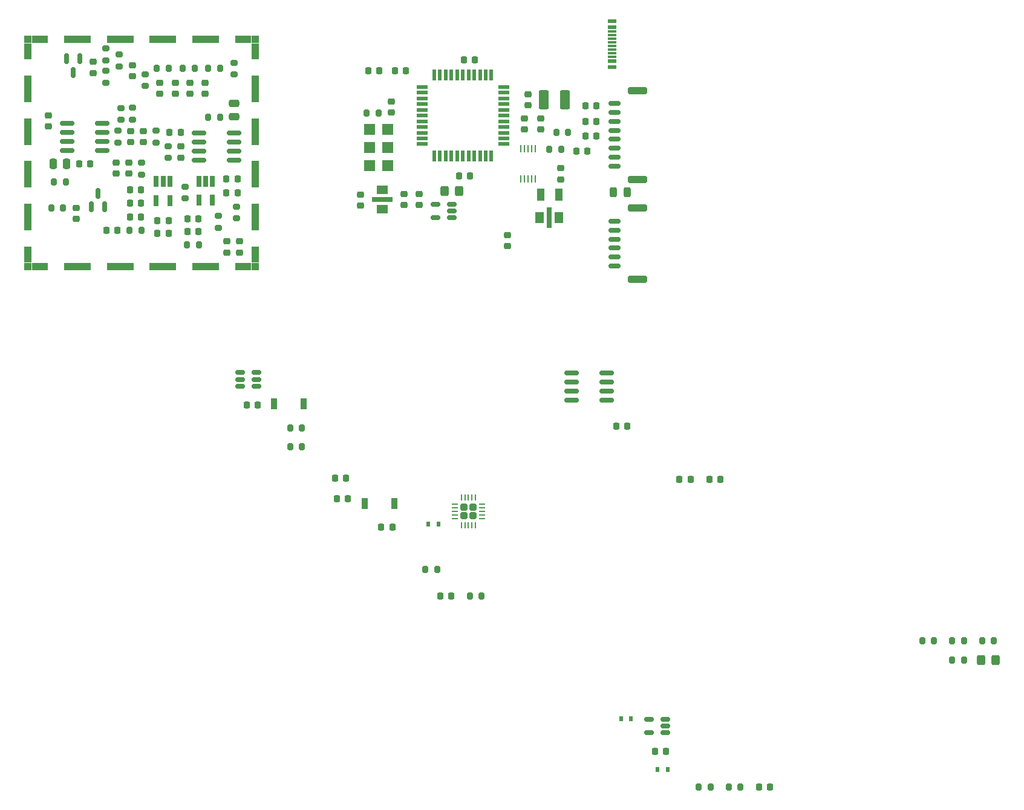
<source format=gbr>
%TF.GenerationSoftware,KiCad,Pcbnew,6.0.4-6f826c9f35~116~ubuntu20.04.1*%
%TF.CreationDate,2022-05-04T09:33:00+00:00*%
%TF.ProjectId,USTSIPIN02A,55535453-4950-4494-9e30-32412e6b6963,REV*%
%TF.SameCoordinates,Original*%
%TF.FileFunction,Paste,Bot*%
%TF.FilePolarity,Positive*%
%FSLAX46Y46*%
G04 Gerber Fmt 4.6, Leading zero omitted, Abs format (unit mm)*
G04 Created by KiCad (PCBNEW 6.0.4-6f826c9f35~116~ubuntu20.04.1) date 2022-05-04 09:33:00*
%MOMM*%
%LPD*%
G01*
G04 APERTURE LIST*
G04 Aperture macros list*
%AMRoundRect*
0 Rectangle with rounded corners*
0 $1 Rounding radius*
0 $2 $3 $4 $5 $6 $7 $8 $9 X,Y pos of 4 corners*
0 Add a 4 corners polygon primitive as box body*
4,1,4,$2,$3,$4,$5,$6,$7,$8,$9,$2,$3,0*
0 Add four circle primitives for the rounded corners*
1,1,$1+$1,$2,$3*
1,1,$1+$1,$4,$5*
1,1,$1+$1,$6,$7*
1,1,$1+$1,$8,$9*
0 Add four rect primitives between the rounded corners*
20,1,$1+$1,$2,$3,$4,$5,0*
20,1,$1+$1,$4,$5,$6,$7,0*
20,1,$1+$1,$6,$7,$8,$9,0*
20,1,$1+$1,$8,$9,$2,$3,0*%
G04 Aperture macros list end*
%ADD10RoundRect,0.225000X-0.250000X0.225000X-0.250000X-0.225000X0.250000X-0.225000X0.250000X0.225000X0*%
%ADD11RoundRect,0.225000X-0.225000X-0.250000X0.225000X-0.250000X0.225000X0.250000X-0.225000X0.250000X0*%
%ADD12RoundRect,0.225000X0.250000X-0.225000X0.250000X0.225000X-0.250000X0.225000X-0.250000X-0.225000X0*%
%ADD13RoundRect,0.250000X0.250000X0.475000X-0.250000X0.475000X-0.250000X-0.475000X0.250000X-0.475000X0*%
%ADD14RoundRect,0.225000X0.225000X0.250000X-0.225000X0.250000X-0.225000X-0.250000X0.225000X-0.250000X0*%
%ADD15RoundRect,0.250000X0.475000X-0.250000X0.475000X0.250000X-0.475000X0.250000X-0.475000X-0.250000X0*%
%ADD16RoundRect,0.200000X-0.275000X0.200000X-0.275000X-0.200000X0.275000X-0.200000X0.275000X0.200000X0*%
%ADD17RoundRect,0.200000X0.200000X0.275000X-0.200000X0.275000X-0.200000X-0.275000X0.200000X-0.275000X0*%
%ADD18RoundRect,0.200000X0.275000X-0.200000X0.275000X0.200000X-0.275000X0.200000X-0.275000X-0.200000X0*%
%ADD19RoundRect,0.150000X-0.825000X-0.150000X0.825000X-0.150000X0.825000X0.150000X-0.825000X0.150000X0*%
%ADD20R,0.650000X1.560000*%
%ADD21RoundRect,0.150000X0.150000X-0.587500X0.150000X0.587500X-0.150000X0.587500X-0.150000X-0.587500X0*%
%ADD22RoundRect,0.243750X-0.243750X-0.456250X0.243750X-0.456250X0.243750X0.456250X-0.243750X0.456250X0*%
%ADD23RoundRect,0.250000X0.325000X0.450000X-0.325000X0.450000X-0.325000X-0.450000X0.325000X-0.450000X0*%
%ADD24R,1.500000X1.300000*%
%ADD25R,3.000000X0.700000*%
%ADD26RoundRect,0.150000X0.512500X0.150000X-0.512500X0.150000X-0.512500X-0.150000X0.512500X-0.150000X0*%
%ADD27R,1.500000X0.550000*%
%ADD28R,0.550000X1.500000*%
%ADD29RoundRect,0.200000X-0.200000X-0.275000X0.200000X-0.275000X0.200000X0.275000X-0.200000X0.275000X0*%
%ADD30R,1.300000X1.500000*%
%ADD31R,0.700000X3.000000*%
%ADD32R,1.524000X1.524000*%
%ADD33RoundRect,0.250001X0.462499X1.074999X-0.462499X1.074999X-0.462499X-1.074999X0.462499X-1.074999X0*%
%ADD34R,0.250000X1.100000*%
%ADD35R,1.000000X1.800000*%
%ADD36R,3.800000X1.000000*%
%ADD37R,1.000000X3.800000*%
%ADD38R,1.000000X1.000000*%
%ADD39R,1.000000X2.300000*%
%ADD40R,2.300000X1.000000*%
%ADD41RoundRect,0.150000X-0.700000X0.150000X-0.700000X-0.150000X0.700000X-0.150000X0.700000X0.150000X0*%
%ADD42RoundRect,0.250000X-1.100000X0.250000X-1.100000X-0.250000X1.100000X-0.250000X1.100000X0.250000X0*%
%ADD43R,0.600000X0.700000*%
%ADD44RoundRect,0.150000X-0.150000X0.587500X-0.150000X-0.587500X0.150000X-0.587500X0.150000X0.587500X0*%
%ADD45R,1.150000X0.600000*%
%ADD46R,1.150000X0.300000*%
%ADD47R,0.950000X1.500000*%
%ADD48RoundRect,0.250000X0.255000X0.255000X-0.255000X0.255000X-0.255000X-0.255000X0.255000X-0.255000X0*%
%ADD49RoundRect,0.062500X0.350000X0.062500X-0.350000X0.062500X-0.350000X-0.062500X0.350000X-0.062500X0*%
%ADD50RoundRect,0.062500X0.062500X0.350000X-0.062500X0.350000X-0.062500X-0.350000X0.062500X-0.350000X0*%
%ADD51RoundRect,0.150000X0.825000X0.150000X-0.825000X0.150000X-0.825000X-0.150000X0.825000X-0.150000X0*%
G04 APERTURE END LIST*
D10*
%TO.C,C20*%
X9144000Y17742200D03*
X9144000Y16192200D03*
%TD*%
D11*
%TO.C,C1*%
X16649400Y18338800D03*
X18199400Y18338800D03*
%TD*%
D12*
%TO.C,C3*%
X5240000Y29127500D03*
X5240000Y30677500D03*
%TD*%
D11*
%TO.C,C4*%
X16649400Y20218400D03*
X18199400Y20218400D03*
%TD*%
D13*
%TO.C,C5*%
X7777500Y23870000D03*
X5877500Y23870000D03*
%TD*%
D10*
%TO.C,C6*%
X14681200Y24092200D03*
X14681200Y22542200D03*
%TD*%
D14*
%TO.C,C7*%
X31712200Y19812000D03*
X30162200Y19812000D03*
%TD*%
%TO.C,C8*%
X26225800Y14376400D03*
X24675800Y14376400D03*
%TD*%
D11*
%TO.C,C9*%
X20510200Y14122400D03*
X22060200Y14122400D03*
%TD*%
D14*
%TO.C,C10*%
X11095000Y23870000D03*
X9545000Y23870000D03*
%TD*%
D10*
%TO.C,C11*%
X16510000Y24092200D03*
X16510000Y22542200D03*
%TD*%
D14*
%TO.C,C12*%
X31712200Y21793200D03*
X30162200Y21793200D03*
%TD*%
%TO.C,C13*%
X26225800Y16154400D03*
X24675800Y16154400D03*
%TD*%
D11*
%TO.C,C14*%
X20510200Y15900400D03*
X22060200Y15900400D03*
%TD*%
D12*
%TO.C,C15*%
X16764000Y26911000D03*
X16764000Y28461000D03*
%TD*%
D10*
%TO.C,C16*%
X18542000Y28461000D03*
X18542000Y26911000D03*
%TD*%
D14*
%TO.C,C17*%
X23736600Y28295600D03*
X22186600Y28295600D03*
%TD*%
D12*
%TO.C,C18*%
X23774400Y24764400D03*
X23774400Y26314400D03*
%TD*%
D15*
%TO.C,C19*%
X31191200Y30444400D03*
X31191200Y32344400D03*
%TD*%
D16*
%TO.C,R3*%
X31597600Y17893800D03*
X31597600Y16243800D03*
%TD*%
D17*
%TO.C,R4*%
X26275800Y12547600D03*
X24625800Y12547600D03*
%TD*%
%TO.C,R5*%
X18249400Y14579600D03*
X16599400Y14579600D03*
%TD*%
%TO.C,R6*%
X7652500Y21330000D03*
X6002500Y21330000D03*
%TD*%
D16*
%TO.C,R7*%
X15400000Y31680000D03*
X15400000Y30030000D03*
%TD*%
D18*
%TO.C,R8*%
X17018000Y30093500D03*
X17018000Y31743500D03*
%TD*%
%TO.C,R9*%
X14986000Y26861000D03*
X14986000Y28511000D03*
%TD*%
%TO.C,R10*%
X20320000Y26861000D03*
X20320000Y28511000D03*
%TD*%
%TO.C,R11*%
X21996400Y24715200D03*
X21996400Y26365200D03*
%TD*%
%TO.C,R12*%
X24333200Y19037800D03*
X24333200Y20687800D03*
%TD*%
D17*
%TO.C,R13*%
X29260800Y30429200D03*
X27610800Y30429200D03*
%TD*%
D19*
%TO.C,U1*%
X7845000Y25775000D03*
X7845000Y27045000D03*
X7845000Y28315000D03*
X7845000Y29585000D03*
X12795000Y29585000D03*
X12795000Y28315000D03*
X12795000Y27045000D03*
X12795000Y25775000D03*
%TD*%
D20*
%TO.C,U4*%
X26278800Y21466800D03*
X27228800Y21466800D03*
X28178800Y21466800D03*
X28178800Y18766800D03*
X26278800Y18766800D03*
%TD*%
%TO.C,U5*%
X20335200Y21416000D03*
X21285200Y21416000D03*
X22235200Y21416000D03*
X22235200Y18716000D03*
X20335200Y18716000D03*
%TD*%
D16*
%TO.C,R2*%
X18288000Y24040600D03*
X18288000Y22390600D03*
%TD*%
D19*
%TO.C,U2*%
X26277800Y24409400D03*
X26277800Y25679400D03*
X26277800Y26949400D03*
X26277800Y28219400D03*
X31227800Y28219400D03*
X31227800Y26949400D03*
X31227800Y25679400D03*
X31227800Y24409400D03*
%TD*%
D18*
%TO.C,R1*%
X29057600Y14923000D03*
X29057600Y16573000D03*
%TD*%
D10*
%TO.C,C2*%
X23012400Y35268200D03*
X23012400Y33718200D03*
%TD*%
D21*
%TO.C,U3*%
X13142000Y17858500D03*
X11242000Y17858500D03*
X12192000Y19733500D03*
%TD*%
D10*
%TO.C,C21*%
X27178000Y35268200D03*
X27178000Y33718200D03*
%TD*%
D22*
%TO.C,F2*%
X84343000Y19939000D03*
X86218000Y19939000D03*
%TD*%
D23*
%TO.C,L3*%
X62747000Y20066000D03*
X60697000Y20066000D03*
%TD*%
D12*
%TO.C,C50*%
X54991000Y18084500D03*
X54991000Y19634500D03*
%TD*%
%TO.C,C42*%
X57150000Y18084500D03*
X57150000Y19634500D03*
%TD*%
D24*
%TO.C,C52*%
X51943000Y17573000D03*
D25*
X51943000Y18923000D03*
D24*
X51943000Y20273000D03*
%TD*%
D12*
%TO.C,C44*%
X71882000Y28689000D03*
X71882000Y30239000D03*
%TD*%
%TO.C,C40*%
X74168000Y28689000D03*
X74168000Y30239000D03*
%TD*%
D10*
%TO.C,C31*%
X72390000Y33604500D03*
X72390000Y32054500D03*
%TD*%
D11*
%TO.C,C27*%
X80378000Y27813000D03*
X81928000Y27813000D03*
%TD*%
D26*
%TO.C,U8*%
X61716500Y18222000D03*
X61716500Y17272000D03*
X61716500Y16322000D03*
X59441500Y16322000D03*
X59441500Y18222000D03*
%TD*%
D27*
%TO.C,U10*%
X57550000Y26640000D03*
X57550000Y27440000D03*
X57550000Y28240000D03*
X57550000Y29040000D03*
X57550000Y29840000D03*
X57550000Y30640000D03*
X57550000Y31440000D03*
X57550000Y32240000D03*
X57550000Y33040000D03*
X57550000Y33840000D03*
X57550000Y34640000D03*
D28*
X59250000Y36340000D03*
X60050000Y36340000D03*
X60850000Y36340000D03*
X61650000Y36340000D03*
X62450000Y36340000D03*
X63250000Y36340000D03*
X64050000Y36340000D03*
X64850000Y36340000D03*
X65650000Y36340000D03*
X66450000Y36340000D03*
X67250000Y36340000D03*
D27*
X68950000Y34640000D03*
X68950000Y33840000D03*
X68950000Y33040000D03*
X68950000Y32240000D03*
X68950000Y31440000D03*
X68950000Y30640000D03*
X68950000Y29840000D03*
X68950000Y29040000D03*
X68950000Y28240000D03*
X68950000Y27440000D03*
X68950000Y26640000D03*
D28*
X67250000Y24940000D03*
X66450000Y24940000D03*
X65650000Y24940000D03*
X64850000Y24940000D03*
X64050000Y24940000D03*
X63250000Y24940000D03*
X62450000Y24940000D03*
X61650000Y24940000D03*
X60850000Y24940000D03*
X60050000Y24940000D03*
X59250000Y24940000D03*
%TD*%
D29*
%TO.C,R20*%
X76327500Y28321000D03*
X77977500Y28321000D03*
%TD*%
D30*
%TO.C,C29*%
X76661000Y16383000D03*
D31*
X75311000Y16383000D03*
D30*
X73961000Y16383000D03*
%TD*%
D32*
%TO.C,J22*%
X50165000Y23622000D03*
X52705000Y23622000D03*
X50165000Y26162000D03*
X52705000Y26162000D03*
X50165000Y28702000D03*
X52705000Y28702000D03*
%TD*%
D29*
%TO.C,R23*%
X49784500Y30988000D03*
X51434500Y30988000D03*
%TD*%
D11*
%TO.C,C26*%
X79108000Y25654000D03*
X80658000Y25654000D03*
%TD*%
%TO.C,C28*%
X80378000Y29845000D03*
X81928000Y29845000D03*
%TD*%
%TO.C,C30*%
X50025000Y36957000D03*
X51575000Y36957000D03*
%TD*%
D14*
%TO.C,C33*%
X55258000Y36957000D03*
X53708000Y36957000D03*
%TD*%
D12*
%TO.C,C34*%
X53213000Y31038500D03*
X53213000Y32588500D03*
%TD*%
D14*
%TO.C,C35*%
X64275000Y22225000D03*
X62725000Y22225000D03*
%TD*%
D11*
%TO.C,C39*%
X63360000Y38481000D03*
X64910000Y38481000D03*
%TD*%
%TO.C,C43*%
X80378000Y32004000D03*
X81928000Y32004000D03*
%TD*%
D10*
%TO.C,C47*%
X76962000Y23254000D03*
X76962000Y21704000D03*
%TD*%
D33*
%TO.C,L1*%
X77560500Y32893000D03*
X74585500Y32893000D03*
%TD*%
D29*
%TO.C,R21*%
X75375000Y25908000D03*
X77025000Y25908000D03*
%TD*%
D34*
%TO.C,U11*%
X73390000Y21726000D03*
X72890000Y21726000D03*
X72390000Y21726000D03*
X71890000Y21726000D03*
X71390000Y21726000D03*
X71390000Y26026000D03*
X71890000Y26026000D03*
X72390000Y26026000D03*
X72890000Y26026000D03*
X73390000Y26026000D03*
%TD*%
D35*
%TO.C,Y2*%
X74168000Y19558000D03*
X76668000Y19558000D03*
%TD*%
D10*
%TO.C,C23*%
X25044400Y35268200D03*
X25044400Y33718200D03*
%TD*%
%TO.C,C24*%
X20828000Y35268200D03*
X20828000Y33718200D03*
%TD*%
%TO.C,C32*%
X69469000Y13919500D03*
X69469000Y12369500D03*
%TD*%
%TO.C,C54*%
X48895000Y19571000D03*
X48895000Y18021000D03*
%TD*%
D29*
%TO.C,R15*%
X27623000Y37287200D03*
X29273000Y37287200D03*
%TD*%
%TO.C,R19*%
X24067000Y37287200D03*
X25717000Y37287200D03*
%TD*%
%TO.C,R22*%
X20409400Y37287200D03*
X22059400Y37287200D03*
%TD*%
D36*
%TO.C,M8*%
X27272000Y41300000D03*
D37*
X2372000Y28400000D03*
D38*
X34172000Y41300000D03*
D36*
X9272000Y9500000D03*
X27272000Y9500000D03*
X15272000Y9500000D03*
D37*
X34172000Y16400000D03*
D36*
X21272000Y9500000D03*
D37*
X2372000Y22400000D03*
X34172000Y28400000D03*
D39*
X34172000Y39650000D03*
D37*
X2372000Y34400000D03*
D40*
X32522000Y41300000D03*
D36*
X21272000Y41300000D03*
D37*
X2372000Y16400000D03*
D36*
X9272000Y41300000D03*
D38*
X2372000Y9500000D03*
X2372000Y41300000D03*
D37*
X34172000Y34400000D03*
D39*
X2372000Y11150000D03*
X2372000Y39650000D03*
D40*
X32522000Y9500000D03*
D37*
X34172000Y22400000D03*
D36*
X15272000Y41300000D03*
D38*
X34172000Y9500000D03*
D39*
X34172000Y11150000D03*
D40*
X4022000Y9500000D03*
X4022000Y41300000D03*
%TD*%
D41*
%TO.C,J3*%
X84510000Y15825000D03*
X84510000Y14575000D03*
X84510000Y13325000D03*
X84510000Y12075000D03*
X84510000Y10825000D03*
X84510000Y9575000D03*
D42*
X87710000Y17675000D03*
X87710000Y7725000D03*
%TD*%
D14*
%TO.C,C58*%
X14897400Y14579600D03*
X13347400Y14579600D03*
%TD*%
D17*
%TO.C,R17*%
X133413518Y-45590000D03*
X131763518Y-45590000D03*
%TD*%
%TO.C,R39*%
X7276600Y17729200D03*
X5626600Y17729200D03*
%TD*%
%TO.C,R25*%
X137603518Y-42920000D03*
X135953518Y-42920000D03*
%TD*%
D10*
%TO.C,C59*%
X11480800Y38163800D03*
X11480800Y36613800D03*
%TD*%
D41*
%TO.C,J1*%
X84510000Y32315000D03*
X84510000Y31065000D03*
X84510000Y29815000D03*
X84510000Y28565000D03*
X84510000Y27315000D03*
X84510000Y26065000D03*
X84510000Y24815000D03*
X84510000Y23565000D03*
D42*
X87710000Y34165000D03*
X87710000Y21715000D03*
%TD*%
D17*
%TO.C,R24*%
X133413518Y-42920000D03*
X131763518Y-42920000D03*
%TD*%
%TO.C,R28*%
X40743518Y-13100000D03*
X39093518Y-13100000D03*
%TD*%
D10*
%TO.C,C37*%
X16967200Y37706600D03*
X16967200Y36156600D03*
%TD*%
D11*
%TO.C,C55*%
X16649400Y16459200D03*
X18199400Y16459200D03*
%TD*%
D43*
%TO.C,D6*%
X86782518Y-53858000D03*
X85382518Y-53858000D03*
%TD*%
D14*
%TO.C,C48*%
X47183518Y-23010000D03*
X45633518Y-23010000D03*
%TD*%
D44*
%TO.C,Q1*%
X7736800Y38580300D03*
X9636800Y38580300D03*
X8686800Y36705300D03*
%TD*%
D18*
%TO.C,R41*%
X13309600Y38392600D03*
X13309600Y40042600D03*
%TD*%
D45*
%TO.C,J4*%
X84145000Y43840000D03*
X84145000Y43040000D03*
D46*
X84145000Y41890000D03*
X84145000Y40890000D03*
X84145000Y40390000D03*
X84145000Y39390000D03*
D45*
X84145000Y37440000D03*
X84145000Y38240000D03*
D46*
X84145000Y38890000D03*
X84145000Y39890000D03*
X84145000Y41390000D03*
X84145000Y42390000D03*
%TD*%
D17*
%TO.C,R27*%
X40743518Y-15770000D03*
X39093518Y-15770000D03*
%TD*%
D23*
%TO.C,L2*%
X137803518Y-45590000D03*
X135753518Y-45590000D03*
%TD*%
D14*
%TO.C,C25*%
X95113518Y-20320000D03*
X93563518Y-20320000D03*
%TD*%
D17*
%TO.C,R30*%
X102113518Y-63450000D03*
X100463518Y-63450000D03*
%TD*%
D10*
%TO.C,C57*%
X32004000Y13017800D03*
X32004000Y11467800D03*
%TD*%
D26*
%TO.C,U7*%
X34350018Y-5358000D03*
X34350018Y-6308000D03*
X34350018Y-7258000D03*
X32075018Y-7258000D03*
X32075018Y-6308000D03*
X32075018Y-5358000D03*
%TD*%
D16*
%TO.C,R14*%
X13309600Y36893000D03*
X13309600Y35243000D03*
%TD*%
D47*
%TO.C,D4*%
X49512918Y-23670400D03*
X53662918Y-23670400D03*
%TD*%
D16*
%TO.C,R40*%
X31191200Y38061400D03*
X31191200Y36411400D03*
%TD*%
D14*
%TO.C,C22*%
X99303518Y-20320000D03*
X97753518Y-20320000D03*
%TD*%
D17*
%TO.C,R29*%
X65883518Y-36640000D03*
X64233518Y-36640000D03*
%TD*%
D10*
%TO.C,C56*%
X30175200Y13017800D03*
X30175200Y11467800D03*
%TD*%
D47*
%TO.C,D3*%
X36852918Y-9770400D03*
X41002918Y-9770400D03*
%TD*%
D14*
%TO.C,C49*%
X91683518Y-58420000D03*
X90133518Y-58420000D03*
%TD*%
D17*
%TO.C,R31*%
X97923518Y-63450000D03*
X96273518Y-63450000D03*
%TD*%
D14*
%TO.C,C38*%
X34523518Y-9870000D03*
X32973518Y-9870000D03*
%TD*%
D48*
%TO.C,U9*%
X64657518Y-24173000D03*
X63407518Y-24173000D03*
X64657518Y-25423000D03*
X63407518Y-25423000D03*
D49*
X65970018Y-23798000D03*
X65970018Y-24298000D03*
X65970018Y-24798000D03*
X65970018Y-25298000D03*
X65970018Y-25798000D03*
D50*
X65032518Y-26735500D03*
X64532518Y-26735500D03*
X64032518Y-26735500D03*
X63532518Y-26735500D03*
X63032518Y-26735500D03*
D49*
X62095018Y-25798000D03*
X62095018Y-25298000D03*
X62095018Y-24798000D03*
X62095018Y-24298000D03*
X62095018Y-23798000D03*
D50*
X63032518Y-22860500D03*
X63532518Y-22860500D03*
X64032518Y-22860500D03*
X64532518Y-22860500D03*
X65032518Y-22860500D03*
%TD*%
D18*
%TO.C,R16*%
X18745200Y34785800D03*
X18745200Y36435800D03*
%TD*%
D14*
%TO.C,C46*%
X61643518Y-36640000D03*
X60093518Y-36640000D03*
%TD*%
D16*
%TO.C,C53*%
X15138400Y39166000D03*
X15138400Y37516000D03*
%TD*%
D14*
%TO.C,C41*%
X53373518Y-27000000D03*
X51823518Y-27000000D03*
%TD*%
D43*
%TO.C,D1*%
X59832518Y-26588000D03*
X58432518Y-26588000D03*
%TD*%
D17*
%TO.C,R26*%
X59653518Y-32950000D03*
X58003518Y-32950000D03*
%TD*%
D26*
%TO.C,U12*%
X91570018Y-53908000D03*
X91570018Y-54858000D03*
X91570018Y-55808000D03*
X89295018Y-55808000D03*
X89295018Y-53908000D03*
%TD*%
D14*
%TO.C,C45*%
X46923518Y-20180000D03*
X45373518Y-20180000D03*
%TD*%
D17*
%TO.C,R18*%
X129223518Y-42920000D03*
X127573518Y-42920000D03*
%TD*%
D43*
%TO.C,D5*%
X91932518Y-60978000D03*
X90532518Y-60978000D03*
%TD*%
D14*
%TO.C,C51*%
X106253518Y-63450000D03*
X104703518Y-63450000D03*
%TD*%
D51*
%TO.C,U6*%
X83387518Y-5403000D03*
X83387518Y-6673000D03*
X83387518Y-7943000D03*
X83387518Y-9213000D03*
X78437518Y-9213000D03*
X78437518Y-7943000D03*
X78437518Y-6673000D03*
X78437518Y-5403000D03*
%TD*%
D14*
%TO.C,C36*%
X86293518Y-12870000D03*
X84743518Y-12870000D03*
%TD*%
M02*

</source>
